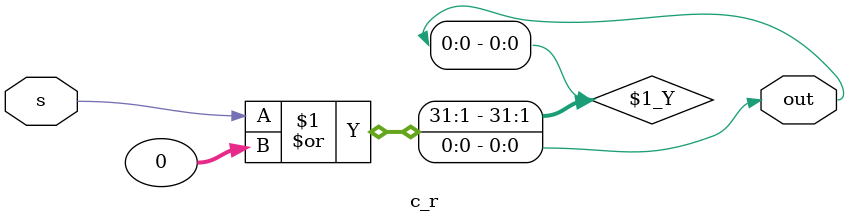
<source format=v>
module c_r(
	input s,
	output out);
	
	or or1(out , s , 0);
	
endmodule 
</source>
